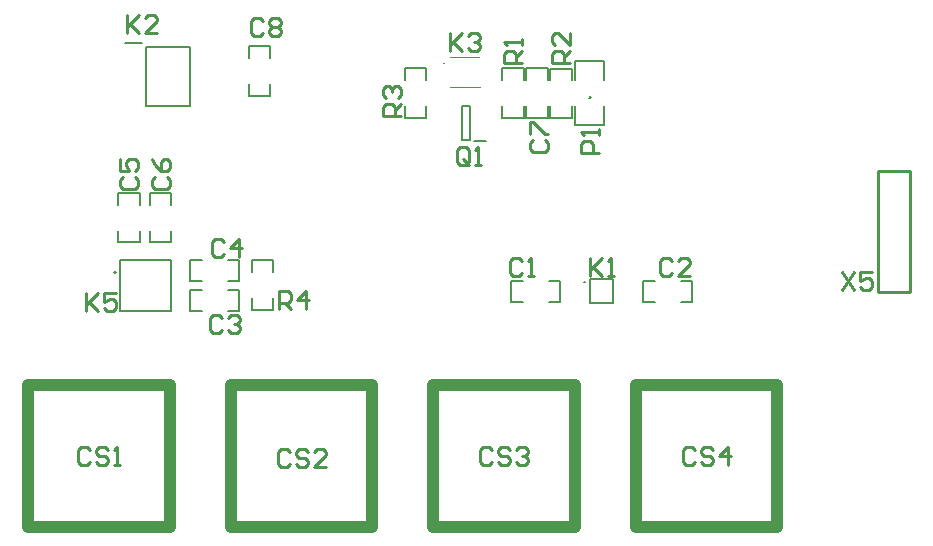
<source format=gto>
G04*
G04 #@! TF.GenerationSoftware,Altium Limited,Altium Designer,21.2.0 (30)*
G04*
G04 Layer_Color=65535*
%FSLAX25Y25*%
%MOIN*%
G70*
G04*
G04 #@! TF.SameCoordinates,50EEE562-DE44-4F6C-8D0E-6D451127BC4F*
G04*
G04*
G04 #@! TF.FilePolarity,Positive*
G04*
G01*
G75*
%ADD10C,0.00787*%
%ADD11C,0.00394*%
%ADD12C,0.01000*%
%ADD13C,0.03937*%
%ADD14C,0.00591*%
D10*
X118220Y96260D02*
G03*
X118220Y96260I-346J0D01*
G01*
X274488Y92953D02*
G03*
X274095Y92953I-197J0D01*
G01*
D02*
G03*
X274488Y92953I197J0D01*
G01*
D02*
G03*
X274095Y92953I-197J0D01*
G01*
X237480Y140075D02*
X241417D01*
X236102Y140252D02*
Y151748D01*
X233347D02*
X236102D01*
X233347Y140252D02*
Y151748D01*
Y140252D02*
X236102D01*
X121098Y172823D02*
X126906D01*
X128284Y151760D02*
Y171445D01*
Y151760D02*
X142850D01*
Y171445D01*
X128284D02*
X142850D01*
X119500Y83500D02*
X136500D01*
Y100500D01*
X119500Y83500D02*
Y100500D01*
X136500D01*
X283937Y86063D02*
Y93937D01*
X276063Y86063D02*
X283937D01*
X276063D02*
Y93937D01*
X283937D01*
X271275Y145369D02*
Y151669D01*
X280724Y145369D02*
Y151669D01*
X271275Y145369D02*
X280724D01*
X271276Y166630D02*
X280724D01*
Y160331D02*
Y166630D01*
X271276Y160331D02*
Y166630D01*
D11*
X227217Y165953D02*
G03*
X227610Y165953I197J0D01*
G01*
D02*
G03*
X227217Y165953I-197J0D01*
G01*
X229579Y158079D02*
X239421D01*
X229579Y167921D02*
X239126D01*
D12*
X276197Y154622D02*
G03*
X276197Y154622I-197J0D01*
G01*
X372284Y89685D02*
Y130236D01*
X382815D01*
Y89685D02*
Y130236D01*
X372284Y89685D02*
X382815D01*
X360159Y96503D02*
X364158Y90505D01*
Y96503D02*
X360159Y90505D01*
X370156Y96503D02*
X366157D01*
Y93504D01*
X368157Y94504D01*
X369156D01*
X370156Y93504D01*
Y91505D01*
X369156Y90505D01*
X367157D01*
X366157Y91505D01*
X235724Y133001D02*
Y136999D01*
X234725Y137999D01*
X232725D01*
X231726Y136999D01*
Y133001D01*
X232725Y132001D01*
X234725D01*
X233725Y134000D02*
X235724Y132001D01*
X234725D02*
X235724Y133001D01*
X237724Y132001D02*
X239723D01*
X238723D01*
Y137999D01*
X237724Y136999D01*
X167199Y180098D02*
X166199Y181098D01*
X164200D01*
X163200Y180098D01*
Y176100D01*
X164200Y175100D01*
X166199D01*
X167199Y176100D01*
X169198Y180098D02*
X170198Y181098D01*
X172197D01*
X173197Y180098D01*
Y179099D01*
X172197Y178099D01*
X173197Y177099D01*
Y176100D01*
X172197Y175100D01*
X170198D01*
X169198Y176100D01*
Y177099D01*
X170198Y178099D01*
X169198Y179099D01*
Y180098D01*
X170198Y178099D02*
X172197D01*
X257001Y140500D02*
X256001Y139501D01*
Y137501D01*
X257001Y136502D01*
X260999D01*
X261999Y137501D01*
Y139501D01*
X260999Y140500D01*
X256001Y142500D02*
Y146498D01*
X257001D01*
X260999Y142500D01*
X261999D01*
X253499Y166001D02*
X247501D01*
Y169000D01*
X248501Y170000D01*
X250500D01*
X251500Y169000D01*
Y166001D01*
Y168001D02*
X253499Y170000D01*
Y171999D02*
Y173999D01*
Y172999D01*
X247501D01*
X248501Y171999D01*
X172502Y84001D02*
Y89999D01*
X175501D01*
X176500Y88999D01*
Y87000D01*
X175501Y86000D01*
X172502D01*
X174501D02*
X176500Y84001D01*
X181499D02*
Y89999D01*
X178500Y87000D01*
X182498D01*
X212999Y148502D02*
X207001D01*
Y151501D01*
X208001Y152500D01*
X210000D01*
X211000Y151501D01*
Y148502D01*
Y150501D02*
X212999Y152500D01*
X208001Y154500D02*
X207001Y155499D01*
Y157499D01*
X208001Y158498D01*
X209000D01*
X210000Y157499D01*
Y156499D01*
Y157499D01*
X211000Y158498D01*
X211999D01*
X212999Y157499D01*
Y155499D01*
X211999Y154500D01*
X269499Y165974D02*
X263501D01*
Y168973D01*
X264501Y169973D01*
X266500D01*
X267500Y168973D01*
Y165974D01*
Y167973D02*
X269499Y169973D01*
Y175971D02*
Y171972D01*
X265500Y175971D01*
X264501D01*
X263501Y174971D01*
Y172972D01*
X264501Y171972D01*
X278999Y136001D02*
X273001D01*
Y139000D01*
X274001Y140000D01*
X276000D01*
X277000Y139000D01*
Y136001D01*
X278999Y141999D02*
Y143999D01*
Y142999D01*
X273001D01*
X274001Y141999D01*
X108002Y89499D02*
Y83501D01*
Y85500D01*
X112000Y89499D01*
X109001Y86500D01*
X112000Y83501D01*
X117998Y89499D02*
X114000D01*
Y86500D01*
X115999Y87500D01*
X116999D01*
X117998Y86500D01*
Y84501D01*
X116999Y83501D01*
X114999D01*
X114000Y84501D01*
X229502Y175999D02*
Y170001D01*
Y172000D01*
X233500Y175999D01*
X230501Y173000D01*
X233500Y170001D01*
X235500Y174999D02*
X236499Y175999D01*
X238499D01*
X239498Y174999D01*
Y174000D01*
X238499Y173000D01*
X237499D01*
X238499D01*
X239498Y172000D01*
Y171001D01*
X238499Y170001D01*
X236499D01*
X235500Y171001D01*
X121700Y182198D02*
Y176200D01*
Y178199D01*
X125699Y182198D01*
X122700Y179199D01*
X125699Y176200D01*
X131697D02*
X127698D01*
X131697Y180199D01*
Y181198D01*
X130697Y182198D01*
X128698D01*
X127698Y181198D01*
X276001Y100999D02*
Y95001D01*
Y97000D01*
X280000Y100999D01*
X277001Y98000D01*
X280000Y95001D01*
X281999D02*
X283999D01*
X282999D01*
Y100999D01*
X281999Y99999D01*
X311001Y36999D02*
X310002Y37999D01*
X308002D01*
X307003Y36999D01*
Y33001D01*
X308002Y32001D01*
X310002D01*
X311001Y33001D01*
X316999Y36999D02*
X316000Y37999D01*
X314000D01*
X313001Y36999D01*
Y36000D01*
X314000Y35000D01*
X316000D01*
X316999Y34000D01*
Y33001D01*
X316000Y32001D01*
X314000D01*
X313001Y33001D01*
X321998Y32001D02*
Y37999D01*
X318999Y35000D01*
X322997D01*
X243501Y36999D02*
X242502Y37999D01*
X240502D01*
X239503Y36999D01*
Y33001D01*
X240502Y32001D01*
X242502D01*
X243501Y33001D01*
X249499Y36999D02*
X248500Y37999D01*
X246500D01*
X245501Y36999D01*
Y36000D01*
X246500Y35000D01*
X248500D01*
X249499Y34000D01*
Y33001D01*
X248500Y32001D01*
X246500D01*
X245501Y33001D01*
X251499Y36999D02*
X252498Y37999D01*
X254498D01*
X255497Y36999D01*
Y36000D01*
X254498Y35000D01*
X253498D01*
X254498D01*
X255497Y34000D01*
Y33001D01*
X254498Y32001D01*
X252498D01*
X251499Y33001D01*
X176119Y36448D02*
X175120Y37448D01*
X173120D01*
X172121Y36448D01*
Y32449D01*
X173120Y31450D01*
X175120D01*
X176119Y32449D01*
X182117Y36448D02*
X181118Y37448D01*
X179118D01*
X178119Y36448D01*
Y35449D01*
X179118Y34449D01*
X181118D01*
X182117Y33449D01*
Y32449D01*
X181118Y31450D01*
X179118D01*
X178119Y32449D01*
X188116Y31450D02*
X184117D01*
X188116Y35449D01*
Y36448D01*
X187116Y37448D01*
X185117D01*
X184117Y36448D01*
X109501Y36999D02*
X108501Y37999D01*
X106502D01*
X105502Y36999D01*
Y33001D01*
X106502Y32001D01*
X108501D01*
X109501Y33001D01*
X115499Y36999D02*
X114499Y37999D01*
X112500D01*
X111500Y36999D01*
Y36000D01*
X112500Y35000D01*
X114499D01*
X115499Y34000D01*
Y33001D01*
X114499Y32001D01*
X112500D01*
X111500Y33001D01*
X117498Y32001D02*
X119498D01*
X118498D01*
Y37999D01*
X117498Y36999D01*
X131001Y128000D02*
X130001Y127001D01*
Y125001D01*
X131001Y124002D01*
X134999D01*
X135999Y125001D01*
Y127001D01*
X134999Y128000D01*
X130001Y133998D02*
X131001Y131999D01*
X133000Y130000D01*
X134999D01*
X135999Y130999D01*
Y132999D01*
X134999Y133998D01*
X134000D01*
X133000Y132999D01*
Y130000D01*
X120501Y128000D02*
X119501Y127001D01*
Y125001D01*
X120501Y124002D01*
X124499D01*
X125499Y125001D01*
Y127001D01*
X124499Y128000D01*
X119501Y133998D02*
Y130000D01*
X122500D01*
X121500Y131999D01*
Y132999D01*
X122500Y133998D01*
X124499D01*
X125499Y132999D01*
Y130999D01*
X124499Y130000D01*
X154000Y106499D02*
X153001Y107499D01*
X151001D01*
X150002Y106499D01*
Y102501D01*
X151001Y101501D01*
X153001D01*
X154000Y102501D01*
X158999Y101501D02*
Y107499D01*
X156000Y104500D01*
X159998D01*
X153500Y80999D02*
X152501Y81999D01*
X150501D01*
X149502Y80999D01*
Y77001D01*
X150501Y76001D01*
X152501D01*
X153500Y77001D01*
X155500Y80999D02*
X156499Y81999D01*
X158499D01*
X159498Y80999D01*
Y80000D01*
X158499Y79000D01*
X157499D01*
X158499D01*
X159498Y78000D01*
Y77001D01*
X158499Y76001D01*
X156499D01*
X155500Y77001D01*
X303500Y99999D02*
X302501Y100999D01*
X300501D01*
X299502Y99999D01*
Y96001D01*
X300501Y95001D01*
X302501D01*
X303500Y96001D01*
X309498Y95001D02*
X305500D01*
X309498Y99000D01*
Y99999D01*
X308499Y100999D01*
X306499D01*
X305500Y99999D01*
X253500D02*
X252500Y100999D01*
X250501D01*
X249501Y99999D01*
Y96001D01*
X250501Y95001D01*
X252500D01*
X253500Y96001D01*
X255499Y95001D02*
X257499D01*
X256499D01*
Y100999D01*
X255499Y99999D01*
D13*
X88878Y58622D02*
X136122D01*
Y11378D02*
Y58622D01*
X88878Y11378D02*
X136122D01*
X88878D02*
Y58622D01*
X156378Y11378D02*
Y58622D01*
Y11378D02*
X203622D01*
Y58622D01*
X156378D02*
X203622D01*
X223878D02*
X271122D01*
Y11378D02*
Y58622D01*
X223878Y11378D02*
X271122D01*
X223878D02*
Y58622D01*
X291378Y11378D02*
Y58622D01*
Y11378D02*
X338622D01*
Y58622D01*
X291378D02*
X338622D01*
D14*
X162457Y167831D02*
Y171768D01*
X169543Y167831D02*
Y171768D01*
X162457D02*
X169543D01*
X162457Y155232D02*
X169543D01*
X162457D02*
Y159169D01*
X169543Y155232D02*
Y159169D01*
X254957Y160331D02*
Y164268D01*
X262043Y160331D02*
Y164268D01*
X254957D02*
X262043D01*
X254957Y147732D02*
X262043D01*
X254957D02*
Y151669D01*
X262043Y147732D02*
Y151669D01*
X246956Y160331D02*
Y164268D01*
X254043Y160331D02*
Y164268D01*
X246956D02*
X254043D01*
X246956Y147732D02*
X254043D01*
X246956D02*
Y151669D01*
X254043Y147732D02*
Y151669D01*
X136543Y106260D02*
Y110197D01*
X129457Y106260D02*
Y110197D01*
Y106260D02*
X136543D01*
X129457Y122795D02*
X136543D01*
Y118858D02*
Y122795D01*
X129457Y118858D02*
Y122795D01*
X126043Y106260D02*
Y110197D01*
X118957Y106260D02*
Y110197D01*
Y106260D02*
X126043D01*
X118957Y122795D02*
X126043D01*
Y118858D02*
Y122795D01*
X118957Y118858D02*
Y122795D01*
X170543Y83732D02*
Y87669D01*
X163456Y83732D02*
Y87669D01*
Y83732D02*
X170543D01*
X163456Y100268D02*
X170543D01*
Y96331D02*
Y100268D01*
X163456Y96331D02*
Y100268D01*
X142732Y93457D02*
X146669D01*
X142732Y100543D02*
X146669D01*
X142732Y93457D02*
Y100543D01*
X159268Y93457D02*
Y100543D01*
X155331Y93457D02*
X159268D01*
X155331Y100543D02*
X159268D01*
X293732Y86457D02*
X297669D01*
X293732Y93543D02*
X297669D01*
X293732Y86457D02*
Y93543D01*
X310268Y86457D02*
Y93543D01*
X306331Y86457D02*
X310268D01*
X306331Y93543D02*
X310268D01*
X249732Y86457D02*
X253669D01*
X249732Y93543D02*
X253669D01*
X249732Y86457D02*
Y93543D01*
X266268Y86457D02*
Y93543D01*
X262331Y86457D02*
X266268D01*
X262331Y93543D02*
X266268D01*
X142732Y83457D02*
X146669D01*
X142732Y90543D02*
X146669D01*
X142732Y83457D02*
Y90543D01*
X159268Y83457D02*
Y90543D01*
X155331Y83457D02*
X159268D01*
X155331Y90543D02*
X159268D01*
X221543Y147732D02*
Y151669D01*
X214456Y147732D02*
Y151669D01*
Y147732D02*
X221543D01*
X214456Y164268D02*
X221543D01*
Y160331D02*
Y164268D01*
X214456Y160331D02*
Y164268D01*
X270043Y147705D02*
Y151642D01*
X262956Y147705D02*
Y151642D01*
Y147705D02*
X270043D01*
X262956Y164240D02*
X270043D01*
Y160303D02*
Y164240D01*
X262956Y160303D02*
Y164240D01*
M02*

</source>
